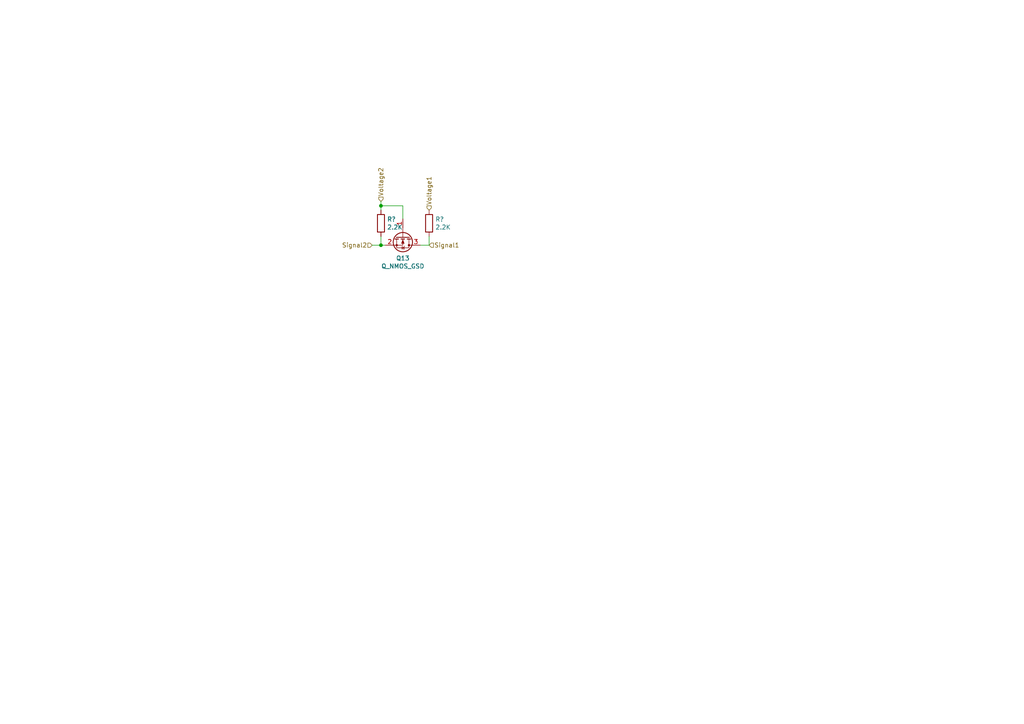
<source format=kicad_sch>
(kicad_sch (version 20230121) (generator eeschema)
  (paper "A4")
  (lib_symbols
    (symbol "Device:Q_NMOS_GSD" (pin_names (offset 0) hide)
      (property "Reference" "Q" (at 5.08 1.27 0))
      (property "Value" "Q_NMOS_GSD" (at 5.08 -1.27 0))
      (symbol "Q_NMOS_GSD_0_1"
        (polyline (pts (xy 0.254 0) (xy -2.54 0)))
        (polyline (pts (xy 0.254 1.905) (xy 0.254 -1.905)) (stroke (width 0.254)))
        (polyline (pts (xy 0.762 -1.27) (xy 0.762 -2.286)) (stroke (width 0.254)))
        (polyline (pts (xy 0.762 0.508) (xy 0.762 -0.508)) (stroke (width 0.254)))
        (polyline (pts (xy 0.762 2.286) (xy 0.762 1.27)) (stroke (width 0.254)))
        (polyline (pts (xy 2.54 2.54) (xy 2.54 1.778)))
        (polyline (pts (xy 2.54 -2.54) (xy 2.54 0) (xy 0.762 0)))
        (polyline (pts (xy 0.762 -1.778) (xy 3.302 -1.778) (xy 3.302 1.778) (xy 0.762 1.778)))
        (polyline (pts (xy 1.016 0) (xy 2.032 0.381) (xy 2.032 -0.381) (xy 1.016 0)) (fill (type outline)))
        (polyline (pts (xy 2.794 0.508) (xy 2.921 0.381) (xy 3.683 0.381) (xy 3.81 0.254)))
        (polyline (pts (xy 3.302 0.381) (xy 2.921 -0.254) (xy 3.683 -0.254) (xy 3.302 0.381)))
        (circle (center 1.651 0) (radius 2.794) (stroke (width 0.254)))
        (circle (center 2.54 -1.778) (radius 0.254) (fill (type outline)))
        (circle (center 2.54 1.778) (radius 0.254) (fill (type outline)))
      )
      (symbol "Q_NMOS_GSD_1_1"
        (pin input line (at -5.08 0 0) (length 2.54) (name "G") (number "1"))
        (pin passive line (at 2.54 -5.08 90) (length 2.54) (name "S") (number "2"))
        (pin passive line (at 2.54 5.08 270) (length 2.54) (name "D") (number "3"))
      )
    )
    (symbol "Device:R" (pin_numbers hide) (pin_names (offset 0))
      (property "Reference" "R" (at 2.032 0 90))
      (property "Value" "R" (at 0 0 90))
      (symbol "R_0_1"
        (rectangle (start -1.016 -2.54) (end 1.016 2.54) (stroke (width 0.254)))
      )
      (symbol "R_1_1"
        (pin passive line (at 0 3.81 270) (length 1.27) (name "~") (number "1"))
        (pin passive line (at 0 -3.81 90) (length 1.27) (name "~") (number "2"))
      )
    )
  )
  (junction (at 110.49 59.69))
  (junction (at 110.49 71.12))
  (wire (pts (xy 110.49 59.69) (xy 110.49 60.96)))
  (wire (pts (xy 110.49 68.58) (xy 110.49 71.12)))
  (wire (pts (xy 107.95 71.12) (xy 110.49 71.12)))
  (wire (pts (xy 121.92 71.12) (xy 124.46 71.12)))
  (wire (pts (xy 110.49 58.42) (xy 110.49 59.69)))
  (wire (pts (xy 116.84 59.69) (xy 116.84 63.5)))
  (wire (pts (xy 110.49 71.12) (xy 111.76 71.12)))
  (wire (pts (xy 110.49 59.69) (xy 116.84 59.69)))
  (wire (pts (xy 124.46 68.58) (xy 124.46 71.12)))
  (hierarchical_label "Signal1" (shape input) (at 124.46 71.12 0))
  (hierarchical_label "Signal2" (shape input) (at 107.95 71.12 180))
  (hierarchical_label "Voltage2" (shape input) (at 110.49 58.42 90))
  (hierarchical_label "Voltage1" (shape input) (at 124.46 60.96 90))
  (symbol (lib_id "Device:Q_NMOS_GSD") (at 116.84 68.58 270) (unit 1)
    (property "Reference" "Q13" (at 116.84 74.9046 90))
    (property "Value" "Q_NMOS_GSD" (at 116.84 77.216 90))
    (property "Footprint" "Package_TO_SOT_SMD:SOT-23_Handsoldering" (effects hide))
    (instances (project "AttitudeMotorController" (path "" (reference "Q13") (unit 1)) (path "" (reference "Q15") (unit 1)) (path "" (reference "Q17") (unit 1)) (path "" (reference "Q19") (unit 1)) (path "" (reference "Q14") (unit 1)) (path "" (reference "Q18") (unit 1)) (path "" (reference "Q16") (unit 1)) (path "" (reference "Q?") (unit 1))))
  )
  (symbol (lib_id "Device:R") (at 110.49 64.77 0) (unit 1)
    (property "Reference" "R?" (at 112.268 63.6016 0) (effects (justify left)))
    (property "Value" "2.2K" (at 112.268 65.913 0) (effects (justify left)))
    (property "Footprint" "Resistor_SMD:R_0603_1608Metric_Pad0.98x0.95mm_HandSolder" (effects hide))
    (instances (project "AttitudeMotorController" (path "" (reference "R?") (unit 1)) (path "" (reference "R43") (unit 1)) (path "" (reference "R47") (unit 1)) (path "" (reference "R51") (unit 1)) (path "" (reference "R?") (unit 1)) (path "" (reference "R45") (unit 1)) (path "" (reference "R53") (unit 1)) (path "" (reference "R49") (unit 1)) (path "" (reference "R41") (unit 1))))
  )
  (symbol (lib_id "Device:R") (at 124.46 64.77 0) (unit 1)
    (property "Reference" "R?" (at 126.238 63.6016 0) (effects (justify left)))
    (property "Value" "2.2K" (at 126.238 65.913 0) (effects (justify left)))
    (property "Footprint" "Resistor_SMD:R_0603_1608Metric_Pad0.98x0.95mm_HandSolder" (effects hide))
    (instances (project "AttitudeMotorController" (path "" (reference "R?") (unit 1)) (path "" (reference "R44") (unit 1)) (path "" (reference "R48") (unit 1)) (path "" (reference "R52") (unit 1)) (path "" (reference "R?") (unit 1)) (path "" (reference "R46") (unit 1)) (path "" (reference "R54") (unit 1)) (path "" (reference "R50") (unit 1)) (path "" (reference "R42") (unit 1))))
  )
)
</source>
